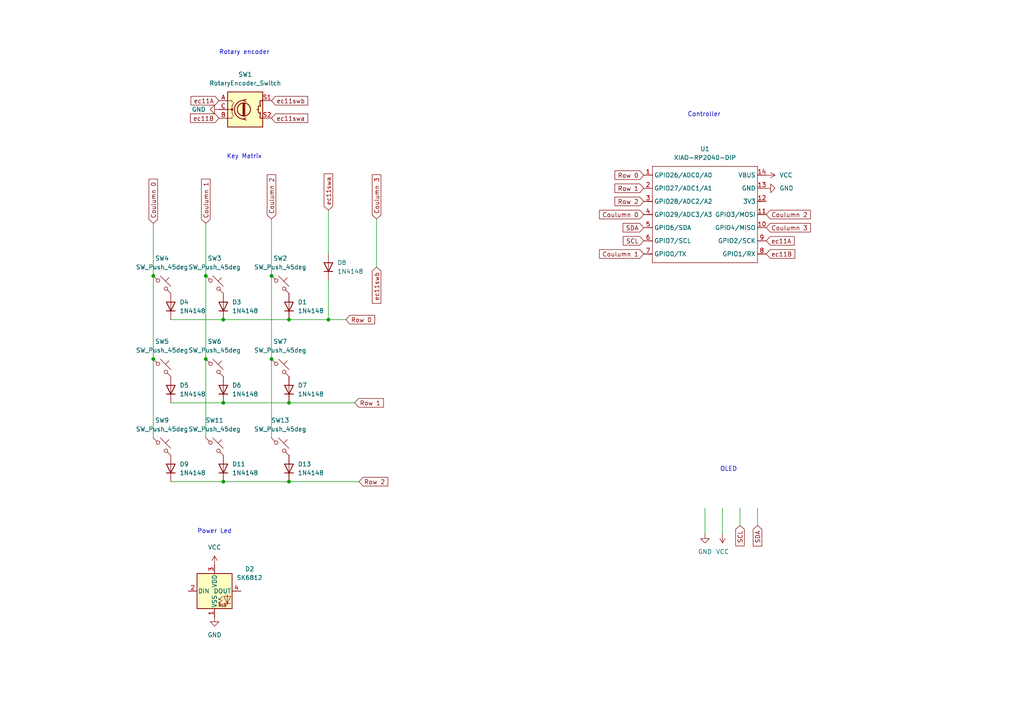
<source format=kicad_sch>
(kicad_sch (version 20250114) (generator "eeschema") (generator_version "9.0")
  (paper "A4")
  (lib_symbols
    (symbol "Device:RotaryEncoder_Switch" (pin_names (offset 0.254) (hide yes))
      (property "Reference" "SW" (at 0 6.604 0))
      (property "Value" "RotaryEncoder_Switch" (at 0 -6.604 0))
      (symbol "RotaryEncoder_Switch_0_1"
        (rectangle (start -5.08 5.08) (end 5.08 -5.08) (stroke (width 0.254)) (fill (type background)))
        (polyline (pts (xy -5.08 2.54) (xy -3.81 2.54) (xy -3.81 2.032)))
        (polyline (pts (xy -5.08 0) (xy -3.81 0) (xy -3.81 -1.016) (xy -3.302 -2.032)))
        (polyline (pts (xy -5.08 -2.54) (xy -3.81 -2.54) (xy -3.81 -2.032)))
        (polyline (pts (xy -4.318 0) (xy -3.81 0) (xy -3.81 1.016) (xy -3.302 2.032)))
        (circle (center -3.81 0) (radius 0.254) (fill (type outline)))
        (polyline (pts (xy -0.635 -1.778) (xy -0.635 1.778)) (stroke (width 0.254)))
        (circle (center -0.381 0) (radius 1.905) (stroke (width 0.254)))
        (polyline (pts (xy -0.381 -1.778) (xy -0.381 1.778)) (stroke (width 0.254)))
        (arc (start -0.381 -2.794) (mid -3.0988 -0.0635) (end -0.381 2.667) (stroke (width 0.254)))
        (polyline (pts (xy -0.127 1.778) (xy -0.127 -1.778)) (stroke (width 0.254)))
        (polyline (pts (xy 0.254 2.921) (xy -0.508 2.667) (xy 0.127 2.286)) (stroke (width 0.254)))
        (polyline (pts (xy 0.254 -3.048) (xy -0.508 -2.794) (xy 0.127 -2.413)) (stroke (width 0.254)))
        (polyline (pts (xy 3.81 1.016) (xy 3.81 -1.016)) (stroke (width 0.254)))
        (polyline (pts (xy 3.81 0) (xy 3.429 0)) (stroke (width 0.254)))
        (circle (center 4.318 1.016) (radius 0.127) (stroke (width 0.254)))
        (circle (center 4.318 -1.016) (radius 0.127) (stroke (width 0.254)))
        (polyline (pts (xy 5.08 2.54) (xy 4.318 2.54) (xy 4.318 1.016)) (stroke (width 0.254)))
        (polyline (pts (xy 5.08 -2.54) (xy 4.318 -2.54) (xy 4.318 -1.016)) (stroke (width 0.254)))
      )
      (symbol "RotaryEncoder_Switch_1_1"
        (pin passive line (at -7.62 2.54 0) (length 2.54) (name "A") (number "A"))
        (pin passive line (at -7.62 0 0) (length 2.54) (name "C") (number "C"))
        (pin passive line (at -7.62 -2.54 0) (length 2.54) (name "B") (number "B"))
        (pin passive line (at 7.62 2.54 180) (length 2.54) (name "S1") (number "S1"))
        (pin passive line (at 7.62 -2.54 180) (length 2.54) (name "S2") (number "S2"))
      )
    )
    (symbol "Diode:1N4148" (pin_numbers (hide yes)) (pin_names (hide yes))
      (property "Reference" "D" (at 0 2.54 0))
      (property "Value" "1N4148" (at 0 -2.54 0))
      (symbol "1N4148_0_1"
        (polyline (pts (xy -1.27 1.27) (xy -1.27 -1.27)) (stroke (width 0.254)))
        (polyline (pts (xy 1.27 1.27) (xy 1.27 -1.27) (xy -1.27 0) (xy 1.27 1.27)) (stroke (width 0.254)))
        (polyline (pts (xy 1.27 0) (xy -1.27 0)))
      )
      (symbol "1N4148_1_1"
        (pin passive line (at -3.81 0 0) (length 2.54) (name "K") (number "1"))
        (pin passive line (at 3.81 0 180) (length 2.54) (name "A") (number "2"))
      )
    )
    (symbol "LED:SK6812" (pin_names (offset 0.254))
      (property "Reference" "D" (at 5.08 5.715 0))
      (property "Value" "SK6812" (at 1.27 -5.715 0))
      (symbol "SK6812_0_0"
        (text "RGB" (at 2.286 -4.191 0) (effects (font (size 0.762 0.762))))
      )
      (symbol "SK6812_0_1"
        (polyline (pts (xy 1.27 -2.54) (xy 1.778 -2.54)))
        (polyline (pts (xy 1.27 -3.556) (xy 1.778 -3.556)))
        (polyline (pts (xy 2.286 -1.524) (xy 1.27 -2.54) (xy 1.27 -2.032)))
        (polyline (pts (xy 2.286 -2.54) (xy 1.27 -3.556) (xy 1.27 -3.048)))
        (polyline (pts (xy 3.683 -1.016) (xy 3.683 -3.556) (xy 3.683 -4.064)))
        (polyline (pts (xy 4.699 -1.524) (xy 2.667 -1.524) (xy 3.683 -3.556) (xy 4.699 -1.524)))
        (polyline (pts (xy 4.699 -3.556) (xy 2.667 -3.556)))
        (rectangle (start 5.08 5.08) (end -5.08 -5.08) (stroke (width 0.254)) (fill (type background)))
      )
      (symbol "SK6812_1_1"
        (pin input line (at -7.62 0 0) (length 2.54) (name "DIN") (number "2"))
        (pin power_in line (at 0 7.62 270) (length 2.54) (name "VDD") (number "3"))
        (pin power_in line (at 0 -7.62 90) (length 2.54) (name "VSS") (number "1"))
        (pin output line (at 7.62 0 180) (length 2.54) (name "DOUT") (number "4"))
      )
    )
    (symbol "OPL:XIAO-RP2040-DIP"
      (property "Reference" "U" (at 0 0 0))
      (property "Value" "XIAO-RP2040-DIP" (at 5.334 -1.778 0))
      (symbol "XIAO-RP2040-DIP_1_0"
        (polyline (pts (xy -1.27 -2.54) (xy 29.21 -2.54)) (stroke (width 0.1524)))
        (polyline (pts (xy -1.27 -5.08) (xy -2.54 -5.08)) (stroke (width 0.1524)))
        (polyline (pts (xy -1.27 -5.08) (xy -1.27 -2.54)) (stroke (width 0.1524)))
        (polyline (pts (xy -1.27 -8.89) (xy -2.54 -8.89)) (stroke (width 0.1524)))
        (polyline (pts (xy -1.27 -8.89) (xy -1.27 -5.08)) (stroke (width 0.1524)))
        (polyline (pts (xy -1.27 -12.7) (xy -2.54 -12.7)) (stroke (width 0.1524)))
        (polyline (pts (xy -1.27 -12.7) (xy -1.27 -8.89)) (stroke (width 0.1524)))
        (polyline (pts (xy -1.27 -16.51) (xy -2.54 -16.51)) (stroke (width 0.1524)))
        (polyline (pts (xy -1.27 -16.51) (xy -1.27 -12.7)) (stroke (width 0.1524)))
        (polyline (pts (xy -1.27 -20.32) (xy -2.54 -20.32)) (stroke (width 0.1524)))
        (polyline (pts (xy -1.27 -24.13) (xy -2.54 -24.13)) (stroke (width 0.1524)))
        (polyline (pts (xy -1.27 -27.94) (xy -2.54 -27.94)) (stroke (width 0.1524)))
        (polyline (pts (xy -1.27 -30.48) (xy -1.27 -16.51)) (stroke (width 0.1524)))
        (polyline (pts (xy 29.21 -2.54) (xy 29.21 -5.08)) (stroke (width 0.1524)))
        (polyline (pts (xy 29.21 -5.08) (xy 29.21 -8.89)) (stroke (width 0.1524)))
        (polyline (pts (xy 29.21 -8.89) (xy 29.21 -12.7)) (stroke (width 0.1524)))
        (polyline (pts (xy 29.21 -12.7) (xy 29.21 -30.48)) (stroke (width 0.1524)))
        (polyline (pts (xy 29.21 -30.48) (xy -1.27 -30.48)) (stroke (width 0.1524)))
        (polyline (pts (xy 30.48 -5.08) (xy 29.21 -5.08)) (stroke (width 0.1524)))
        (polyline (pts (xy 30.48 -8.89) (xy 29.21 -8.89)) (stroke (width 0.1524)))
        (polyline (pts (xy 30.48 -12.7) (xy 29.21 -12.7)) (stroke (width 0.1524)))
        (polyline (pts (xy 30.48 -16.51) (xy 29.21 -16.51)) (stroke (width 0.1524)))
        (polyline (pts (xy 30.48 -20.32) (xy 29.21 -20.32)) (stroke (width 0.1524)))
        (polyline (pts (xy 30.48 -24.13) (xy 29.21 -24.13)) (stroke (width 0.1524)))
        (polyline (pts (xy 30.48 -27.94) (xy 29.21 -27.94)) (stroke (width 0.1524)))
        (pin passive line (at -3.81 -5.08 0) (length 2.54) (name "GPIO26/ADC0/A0") (number "1"))
        (pin passive line (at -3.81 -8.89 0) (length 2.54) (name "GPIO27/ADC1/A1") (number "2"))
        (pin passive line (at -3.81 -12.7 0) (length 2.54) (name "GPIO28/ADC2/A2") (number "3"))
        (pin passive line (at -3.81 -16.51 0) (length 2.54) (name "GPIO29/ADC3/A3") (number "4"))
        (pin passive line (at -3.81 -20.32 0) (length 2.54) (name "GPIO6/SDA") (number "5"))
        (pin passive line (at -3.81 -24.13 0) (length 2.54) (name "GPIO7/SCL") (number "6"))
        (pin passive line (at -3.81 -27.94 0) (length 2.54) (name "GPIO0/TX") (number "7"))
        (pin passive line (at 31.75 -5.08 180) (length 2.54) (name "VBUS") (number "14"))
        (pin passive line (at 31.75 -8.89 180) (length 2.54) (name "GND") (number "13"))
        (pin passive line (at 31.75 -12.7 180) (length 2.54) (name "3V3") (number "12"))
        (pin passive line (at 31.75 -16.51 180) (length 2.54) (name "GPIO3/MOSI") (number "11"))
        (pin passive line (at 31.75 -20.32 180) (length 2.54) (name "GPIO4/MISO") (number "10"))
        (pin passive line (at 31.75 -24.13 180) (length 2.54) (name "GPIO2/SCK") (number "9"))
        (pin passive line (at 31.75 -27.94 180) (length 2.54) (name "GPIO1/RX") (number "8"))
      )
    )
    (symbol "Switch:SW_Push_45deg" (pin_numbers (hide yes)) (pin_names (offset 1.016) (hide yes))
      (property "Reference" "SW" (at 3.048 1.016 0))
      (property "Value" "SW_Push_45deg" (at 0 -3.81 0))
      (symbol "SW_Push_45deg_0_1"
        (polyline (pts (xy -2.54 2.54) (xy -1.524 1.524) (xy -1.524 1.524)))
        (circle (center -1.1684 1.1684) (radius 0.508))
        (polyline (pts (xy -0.508 2.54) (xy 2.54 -0.508)))
        (polyline (pts (xy 1.016 1.016) (xy 2.032 2.032)))
        (circle (center 1.143 -1.1938) (radius 0.508))
        (polyline (pts (xy 1.524 -1.524) (xy 2.54 -2.54) (xy 2.54 -2.54) (xy 2.54 -2.54)))
        (pin passive line (at -2.54 2.54 0) (length 0) (name "1") (number "1"))
        (pin passive line (at 2.54 -2.54 180) (length 0) (name "2") (number "2"))
      )
    )
    (symbol "power:+5V" (power) (pin_numbers (hide yes)) (pin_names (offset 0) (hide yes))
      (property "Value" "+5V" (at 0 3.556 0))
      (symbol "+5V_0_1"
        (polyline (pts (xy -0.762 1.27) (xy 0 2.54)))
        (polyline (pts (xy 0 2.54) (xy 0.762 1.27)))
        (polyline (pts (xy 0 0) (xy 0 2.54)))
      )
      (symbol "+5V_1_1"
        (pin power_in line (at 0 0 90) (length 0) (name "~") (number "1"))
      )
    )
    (symbol "power:GND" (power) (pin_numbers (hide yes)) (pin_names (offset 0) (hide yes))
      (property "Value" "GND" (at 0 -3.81 0))
      (symbol "GND_0_1"
        (polyline (pts (xy 0 0) (xy 0 -1.27) (xy 1.27 -1.27) (xy 0 -2.54) (xy -1.27 -1.27) (xy 0 -1.27)))
      )
      (symbol "GND_1_1"
        (pin power_in line (at 0 0 270) (length 0) (name "~") (number "1"))
      )
    )
    (symbol "power:VCC" (power) (pin_numbers (hide yes)) (pin_names (offset 0) (hide yes))
      (property "Value" "VCC" (at 0 3.556 0))
      (symbol "VCC_0_1"
        (polyline (pts (xy -0.762 1.27) (xy 0 2.54)))
        (polyline (pts (xy 0 2.54) (xy 0.762 1.27)))
        (polyline (pts (xy 0 0) (xy 0 2.54)))
      )
      (symbol "VCC_1_1"
        (pin power_in line (at 0 0 90) (length 0) (name "~") (number "1"))
      )
    )
  )
  (text "Rotary encoder" (at 70.866 15.24 0) (effects (font (size 1.27 1.27))))
  (text "OLED" (at 211.328 136.144 0) (effects (font (size 1.27 1.27))))
  (text "Key Matrix" (at 70.866 45.466 0) (effects (font (size 1.27 1.27))))
  (text "Power Led" (at 62.23 154.178 0) (effects (font (size 1.27 1.27))))
  (text "Controller" (at 204.216 33.274 0) (effects (font (size 1.27 1.27))))
  (junction (at 83.82 92.71))
  (junction (at 95.25 92.71))
  (junction (at 78.74 80.01))
  (junction (at 64.77 92.71))
  (junction (at 83.82 116.84))
  (junction (at 64.77 116.84))
  (junction (at 44.45 104.14))
  (junction (at 64.77 139.7))
  (junction (at 83.82 139.7))
  (junction (at 44.45 80.01))
  (junction (at 59.69 104.14))
  (junction (at 78.74 104.14))
  (junction (at 59.69 80.01))
  (wire (pts (xy 78.74 63.5) (xy 78.74 80.01)))
  (wire (pts (xy 44.45 80.01) (xy 44.45 104.14)))
  (wire (pts (xy 44.45 64.77) (xy 44.45 80.01)))
  (wire (pts (xy 64.77 92.71) (xy 83.82 92.71)))
  (wire (pts (xy 83.82 139.7) (xy 104.14 139.7)))
  (wire (pts (xy 64.77 139.7) (xy 83.82 139.7)))
  (wire (pts (xy 95.25 60.96) (xy 95.25 73.66)))
  (wire (pts (xy 49.53 139.7) (xy 64.77 139.7)))
  (wire (pts (xy 78.74 80.01) (xy 78.74 104.14)))
  (wire (pts (xy 44.45 104.14) (xy 44.45 127)))
  (wire (pts (xy 214.63 152.4) (xy 214.63 147.32)))
  (wire (pts (xy 59.69 104.14) (xy 59.69 127)))
  (wire (pts (xy 49.53 116.84) (xy 64.77 116.84)))
  (wire (pts (xy 49.53 92.71) (xy 64.77 92.71)))
  (wire (pts (xy 95.25 81.28) (xy 95.25 92.71)))
  (wire (pts (xy 64.77 116.84) (xy 83.82 116.84)))
  (wire (pts (xy 209.55 154.94) (xy 209.55 147.32)))
  (wire (pts (xy 83.82 92.71) (xy 95.25 92.71)))
  (wire (pts (xy 78.74 104.14) (xy 78.74 127)))
  (wire (pts (xy 95.25 92.71) (xy 100.33 92.71)))
  (wire (pts (xy 204.47 147.32) (xy 204.47 154.94)))
  (wire (pts (xy 83.82 116.84) (xy 102.87 116.84)))
  (wire (pts (xy 59.69 64.77) (xy 59.69 80.01)))
  (wire (pts (xy 219.71 152.4) (xy 219.71 147.32)))
  (wire (pts (xy 109.22 63.5) (xy 109.22 77.47)))
  (wire (pts (xy 59.69 80.01) (xy 59.69 104.14)))
  (global_label "Coulumn 1" (shape input) (at 186.69 73.66 180) (property "Intersheetrefs" "${INTERSHEET_REFS}" (effects (hide yes))))
  (global_label "ec11A" (shape input) (at 63.5 29.21 180) (property "Intersheetrefs" "${INTERSHEET_REFS}" (effects (hide yes))))
  (global_label "Coulumn 0" (shape input) (at 44.45 64.77 90) (property "Intersheetrefs" "${INTERSHEET_REFS}" (effects (hide yes))))
  (global_label "Row 1" (shape input) (at 186.69 54.61 180) (property "Intersheetrefs" "${INTERSHEET_REFS}" (effects (hide yes))))
  (global_label "SDA" (shape input) (at 186.69 66.04 180) (property "Intersheetrefs" "${INTERSHEET_REFS}" (effects (hide yes))))
  (global_label "ec11swa" (shape input) (at 95.25 60.96 90) (property "Intersheetrefs" "${INTERSHEET_REFS}" (effects (hide yes))))
  (global_label "Coulumn 1" (shape input) (at 59.69 64.77 90) (property "Intersheetrefs" "${INTERSHEET_REFS}" (effects (hide yes))))
  (global_label "SDA" (shape input) (at 219.71 152.4 270) (property "Intersheetrefs" "${INTERSHEET_REFS}" (effects (hide yes))))
  (global_label "Row 2" (shape input) (at 186.69 58.42 180) (property "Intersheetrefs" "${INTERSHEET_REFS}" (effects (hide yes))))
  (global_label "Row 0" (shape input) (at 186.69 50.8 180) (property "Intersheetrefs" "${INTERSHEET_REFS}" (effects (hide yes))))
  (global_label "Row 2" (shape input) (at 104.14 139.7 0) (property "Intersheetrefs" "${INTERSHEET_REFS}" (effects (hide yes))))
  (global_label "Coulumn 0" (shape input) (at 186.69 62.23 180) (property "Intersheetrefs" "${INTERSHEET_REFS}" (effects (hide yes))))
  (global_label "ec11B" (shape input) (at 63.5 34.29 180) (property "Intersheetrefs" "${INTERSHEET_REFS}" (effects (hide yes))))
  (global_label "Coulumn 3" (shape input) (at 109.22 63.5 90) (property "Intersheetrefs" "${INTERSHEET_REFS}" (effects (hide yes))))
  (global_label "Row 1" (shape input) (at 102.87 116.84 0) (property "Intersheetrefs" "${INTERSHEET_REFS}" (effects (hide yes))))
  (global_label "Coulumn 2" (shape input) (at 78.74 63.5 90) (property "Intersheetrefs" "${INTERSHEET_REFS}" (effects (hide yes))))
  (global_label "ec11A" (shape input) (at 222.25 69.85 0) (property "Intersheetrefs" "${INTERSHEET_REFS}" (effects (hide yes))))
  (global_label "SCL" (shape input) (at 214.63 152.4 270) (property "Intersheetrefs" "${INTERSHEET_REFS}" (effects (hide yes))))
  (global_label "ec11swa" (shape input) (at 78.74 34.29 0) (property "Intersheetrefs" "${INTERSHEET_REFS}" (effects (hide yes))))
  (global_label "Coulumn 3" (shape input) (at 222.25 66.04 0) (property "Intersheetrefs" "${INTERSHEET_REFS}" (effects (hide yes))))
  (global_label "SCL" (shape input) (at 186.69 69.85 180) (property "Intersheetrefs" "${INTERSHEET_REFS}" (effects (hide yes))))
  (global_label "ec11B" (shape input) (at 222.25 73.66 0) (property "Intersheetrefs" "${INTERSHEET_REFS}" (effects (hide yes))))
  (global_label "Coulumn 2" (shape input) (at 222.25 62.23 0) (property "Intersheetrefs" "${INTERSHEET_REFS}" (effects (hide yes))))
  (global_label "Row 0" (shape input) (at 100.33 92.71 0) (property "Intersheetrefs" "${INTERSHEET_REFS}" (effects (hide yes))))
  (global_label "ec11swb" (shape input) (at 109.22 77.47 270) (property "Intersheetrefs" "${INTERSHEET_REFS}" (effects (hide yes))))
  (global_label "ec11swb" (shape input) (at 78.74 29.21 0) (property "Intersheetrefs" "${INTERSHEET_REFS}" (effects (hide yes))))
  (symbol (lib_id "Switch:SW_Push_45deg") (at 46.99 82.55 0) (unit 1)
    (property "Reference" "SW4" (at 46.99 74.93 0))
    (property "Value" "SW_Push_45deg" (at 46.99 77.47 0))
    (property "Footprint" "Button_Switch_Keyboard:SW_Cherry_MX_1.00u_PCB" (effects (hide yes)))
    (property "Description" "Push button switch, normally open, two pins, 45° tilted" (effects (hide yes)))
  )
  (symbol (lib_id "power:GND") (at 204.47 154.94 0) (unit 1)
    (property "Reference" "#PWR04" (effects (hide yes)))
    (property "Value" "GND" (at 204.47 160.02 0))
    (property "Description" "Power symbol creates a global label with name \"GND\" , ground" (effects (hide yes)))
  )
  (symbol (lib_id "Diode:1N4148") (at 49.53 135.89 90) (unit 1)
    (property "Reference" "D9" (at 52.07 134.6199 90) (effects (justify right)))
    (property "Value" "1N4148" (at 52.07 137.1599 90) (effects (justify right)))
    (property "Footprint" "Diode_THT:D_DO-35_SOD27_P7.62mm_Horizontal" (effects (hide yes)))
    (property "Datasheet" "https://assets.nexperia.com/documents/data-sheet/1N4148_1N4448.pdf" (effects (hide yes)))
    (property "Description" "100V 0.15A standard switching diode, DO-35" (effects (hide yes)))
    (property "Sim.Device" "D" (effects (hide yes)))
    (property "Sim.Pins" "1=K 2=A" (effects (hide yes)))
  )
  (symbol (lib_id "Diode:1N4148") (at 49.53 113.03 90) (unit 1)
    (property "Reference" "D5" (at 52.07 111.7599 90) (effects (justify right)))
    (property "Value" "1N4148" (at 52.07 114.2999 90) (effects (justify right)))
    (property "Footprint" "Diode_THT:D_DO-35_SOD27_P7.62mm_Horizontal" (effects (hide yes)))
    (property "Datasheet" "https://assets.nexperia.com/documents/data-sheet/1N4148_1N4448.pdf" (effects (hide yes)))
    (property "Description" "100V 0.15A standard switching diode, DO-35" (effects (hide yes)))
    (property "Sim.Device" "D" (effects (hide yes)))
    (property "Sim.Pins" "1=K 2=A" (effects (hide yes)))
  )
  (symbol (lib_id "Diode:1N4148") (at 64.77 88.9 90) (unit 1)
    (property "Reference" "D3" (at 67.31 87.6299 90) (effects (justify right)))
    (property "Value" "1N4148" (at 67.31 90.1699 90) (effects (justify right)))
    (property "Footprint" "Diode_THT:D_DO-35_SOD27_P7.62mm_Horizontal" (effects (hide yes)))
    (property "Datasheet" "https://assets.nexperia.com/documents/data-sheet/1N4148_1N4448.pdf" (effects (hide yes)))
    (property "Description" "100V 0.15A standard switching diode, DO-35" (effects (hide yes)))
    (property "Sim.Device" "D" (effects (hide yes)))
    (property "Sim.Pins" "1=K 2=A" (effects (hide yes)))
  )
  (symbol (lib_id "power:VCC") (at 62.23 163.83 0) (unit 1)
    (property "Reference" "#PWR06" (effects (hide yes)))
    (property "Value" "VCC" (at 62.23 158.75 0))
    (property "Description" "Power symbol creates a global label with name \"VCC\"" (effects (hide yes)))
  )
  (symbol (lib_id "power:+5V") (at 222.25 50.8 270) (unit 1)
    (property "Reference" "#PWR02" (effects (hide yes)))
    (property "Value" "VCC" (at 226.06 50.7999 90) (effects (justify left)))
    (property "Description" "Power symbol creates a global label with name \"+5V\"" (effects (hide yes)))
  )
  (symbol (lib_id "Switch:SW_Push_45deg") (at 81.28 82.55 0) (unit 1)
    (property "Reference" "SW2" (at 81.28 74.93 0))
    (property "Value" "SW_Push_45deg" (at 81.28 77.47 0))
    (property "Footprint" "Button_Switch_Keyboard:SW_Cherry_MX_1.00u_PCB" (effects (hide yes)))
    (property "Description" "Push button switch, normally open, two pins, 45° tilted" (effects (hide yes)))
  )
  (symbol (lib_id "Switch:SW_Push_45deg") (at 46.99 129.54 0) (unit 1)
    (property "Reference" "SW9" (at 46.99 121.92 0))
    (property "Value" "SW_Push_45deg" (at 46.99 124.46 0))
    (property "Footprint" "Button_Switch_Keyboard:SW_Cherry_MX_1.00u_PCB" (effects (hide yes)))
    (property "Description" "Push button switch, normally open, two pins, 45° tilted" (effects (hide yes)))
  )
  (symbol (lib_id "Diode:1N4148") (at 83.82 113.03 90) (unit 1)
    (property "Reference" "D7" (at 86.36 111.7599 90) (effects (justify right)))
    (property "Value" "1N4148" (at 86.36 114.2999 90) (effects (justify right)))
    (property "Footprint" "Diode_THT:D_DO-35_SOD27_P7.62mm_Horizontal" (effects (hide yes)))
    (property "Datasheet" "https://assets.nexperia.com/documents/data-sheet/1N4148_1N4448.pdf" (effects (hide yes)))
    (property "Description" "100V 0.15A standard switching diode, DO-35" (effects (hide yes)))
    (property "Sim.Device" "D" (effects (hide yes)))
    (property "Sim.Pins" "1=K 2=A" (effects (hide yes)))
  )
  (symbol (lib_id "Diode:1N4148") (at 64.77 113.03 90) (unit 1)
    (property "Reference" "D6" (at 67.31 111.7599 90) (effects (justify right)))
    (property "Value" "1N4148" (at 67.31 114.2999 90) (effects (justify right)))
    (property "Footprint" "Diode_THT:D_DO-35_SOD27_P7.62mm_Horizontal" (effects (hide yes)))
    (property "Datasheet" "https://assets.nexperia.com/documents/data-sheet/1N4148_1N4448.pdf" (effects (hide yes)))
    (property "Description" "100V 0.15A standard switching diode, DO-35" (effects (hide yes)))
    (property "Sim.Device" "D" (effects (hide yes)))
    (property "Sim.Pins" "1=K 2=A" (effects (hide yes)))
  )
  (symbol (lib_id "Switch:SW_Push_45deg") (at 46.99 106.68 0) (unit 1)
    (property "Reference" "SW5" (at 46.99 99.06 0))
    (property "Value" "SW_Push_45deg" (at 46.99 101.6 0))
    (property "Footprint" "Button_Switch_Keyboard:SW_Cherry_MX_1.00u_PCB" (effects (hide yes)))
    (property "Description" "Push button switch, normally open, two pins, 45° tilted" (effects (hide yes)))
  )
  (symbol (lib_id "power:GND") (at 222.25 54.61 90) (unit 1)
    (property "Reference" "#PWR01" (effects (hide yes)))
    (property "Value" "GND" (at 226.06 54.6099 90) (effects (justify right)))
    (property "Description" "Power symbol creates a global label with name \"GND\" , ground" (effects (hide yes)))
  )
  (symbol (lib_id "Switch:SW_Push_45deg") (at 62.23 82.55 0) (unit 1)
    (property "Reference" "SW3" (at 62.23 74.93 0))
    (property "Value" "SW_Push_45deg" (at 62.23 77.47 0))
    (property "Footprint" "Button_Switch_Keyboard:SW_Cherry_MX_1.00u_PCB" (effects (hide yes)))
    (property "Description" "Push button switch, normally open, two pins, 45° tilted" (effects (hide yes)))
  )
  (symbol (lib_id "Diode:1N4148") (at 64.77 135.89 90) (unit 1)
    (property "Reference" "D11" (at 67.31 134.6199 90) (effects (justify right)))
    (property "Value" "1N4148" (at 67.31 137.1599 90) (effects (justify right)))
    (property "Footprint" "Diode_THT:D_DO-35_SOD27_P7.62mm_Horizontal" (effects (hide yes)))
    (property "Datasheet" "https://assets.nexperia.com/documents/data-sheet/1N4148_1N4448.pdf" (effects (hide yes)))
    (property "Description" "100V 0.15A standard switching diode, DO-35" (effects (hide yes)))
    (property "Sim.Device" "D" (effects (hide yes)))
    (property "Sim.Pins" "1=K 2=A" (effects (hide yes)))
  )
  (symbol (lib_id "Diode:1N4148") (at 49.53 88.9 90) (unit 1)
    (property "Reference" "D4" (at 52.07 87.6299 90) (effects (justify right)))
    (property "Value" "1N4148" (at 52.07 90.1699 90) (effects (justify right)))
    (property "Footprint" "Diode_THT:D_DO-35_SOD27_P7.62mm_Horizontal" (effects (hide yes)))
    (property "Datasheet" "https://assets.nexperia.com/documents/data-sheet/1N4148_1N4448.pdf" (effects (hide yes)))
    (property "Description" "100V 0.15A standard switching diode, DO-35" (effects (hide yes)))
    (property "Sim.Device" "D" (effects (hide yes)))
    (property "Sim.Pins" "1=K 2=A" (effects (hide yes)))
  )
  (symbol (lib_id "LED:SK6812") (at 62.23 171.45 0) (unit 1)
    (property "Reference" "D2" (at 72.39 165.0298 0))
    (property "Value" "SK6812" (at 72.39 167.5698 0))
    (property "Footprint" "LED_SMD:LED_SK6812_PLCC4_5.0x5.0mm_P3.2mm" (effects (hide yes)))
    (property "Datasheet" "https://cdn-shop.adafruit.com/product-files/1138/SK6812+LED+datasheet+.pdf" (effects (hide yes)))
    (property "Description" "RGB LED with integrated controller" (effects (hide yes)))
  )
  (symbol (lib_id "Switch:SW_Push_45deg") (at 81.28 129.54 0) (unit 1)
    (property "Reference" "SW13" (at 81.28 121.92 0))
    (property "Value" "SW_Push_45deg" (at 81.28 124.46 0))
    (property "Footprint" "Button_Switch_Keyboard:SW_Cherry_MX_1.00u_PCB" (effects (hide yes)))
    (property "Description" "Push button switch, normally open, two pins, 45° tilted" (effects (hide yes)))
  )
  (symbol (lib_id "power:+5V") (at 209.55 154.94 180) (unit 1)
    (property "Reference" "#PWR03" (effects (hide yes)))
    (property "Value" "VCC" (at 209.55 160.02 0))
    (property "Description" "Power symbol creates a global label with name \"+5V\"" (effects (hide yes)))
  )
  (symbol (lib_id "Device:RotaryEncoder_Switch") (at 71.12 31.75 0) (unit 1)
    (property "Reference" "SW1" (at 71.12 21.59 0))
    (property "Value" "RotaryEncoder_Switch" (at 71.12 24.13 0))
    (property "Footprint" "rotary encoder:RotaryEncoder_Alps_EC11E-Switch_Vertical_H20mm" (effects (hide yes)))
    (property "Description" "Rotary encoder, dual channel, incremental quadrate outputs, with switch" (effects (hide yes)))
  )
  (symbol (lib_id "Diode:1N4148") (at 95.25 77.47 90) (unit 1)
    (property "Reference" "D8" (at 97.79 76.1999 90) (effects (justify right)))
    (property "Value" "1N4148" (at 97.79 78.7399 90) (effects (justify right)))
    (property "Footprint" "Diode_THT:D_DO-35_SOD27_P7.62mm_Horizontal" (effects (hide yes)))
    (property "Datasheet" "https://assets.nexperia.com/documents/data-sheet/1N4148_1N4448.pdf" (effects (hide yes)))
    (property "Description" "100V 0.15A standard switching diode, DO-35" (effects (hide yes)))
    (property "Sim.Device" "D" (effects (hide yes)))
    (property "Sim.Pins" "1=K 2=A" (effects (hide yes)))
  )
  (symbol (lib_id "power:GND") (at 62.23 179.07 0) (unit 1)
    (property "Reference" "#PWR05" (effects (hide yes)))
    (property "Value" "GND" (at 62.23 184.15 0))
    (property "Description" "Power symbol creates a global label with name \"GND\" , ground" (effects (hide yes)))
  )
  (symbol (lib_id "Switch:SW_Push_45deg") (at 81.28 106.68 0) (unit 1)
    (property "Reference" "SW7" (at 81.28 99.06 0))
    (property "Value" "SW_Push_45deg" (at 81.28 101.6 0))
    (property "Footprint" "Button_Switch_Keyboard:SW_Cherry_MX_1.00u_PCB" (effects (hide yes)))
    (property "Description" "Push button switch, normally open, two pins, 45° tilted" (effects (hide yes)))
  )
  (symbol (lib_id "OPL:XIAO-RP2040-DIP") (at 190.5 45.72 0) (unit 1)
    (property "Reference" "U1" (at 204.47 43.18 0))
    (property "Value" "XIAO-RP2040-DIP" (at 204.47 45.72 0))
    (property "Footprint" "OPL:XIAO-RP2040-DIP" (effects (hide yes)))
  )
  (symbol (lib_id "power:GND") (at 63.5 31.75 270) (unit 1)
    (property "Reference" "#PWR07" (effects (hide yes)))
    (property "Value" "GND" (at 59.69 31.7499 90) (effects (justify right)))
    (property "Description" "Power symbol creates a global label with name \"GND\" , ground" (effects (hide yes)))
  )
  (symbol (lib_id "Diode:1N4148") (at 83.82 88.9 90) (unit 1)
    (property "Reference" "D1" (at 86.36 87.6299 90) (effects (justify right)))
    (property "Value" "1N4148" (at 86.36 90.1699 90) (effects (justify right)))
    (property "Footprint" "Diode_THT:D_DO-35_SOD27_P7.62mm_Horizontal" (effects (hide yes)))
    (property "Datasheet" "https://assets.nexperia.com/documents/data-sheet/1N4148_1N4448.pdf" (effects (hide yes)))
    (property "Description" "100V 0.15A standard switching diode, DO-35" (effects (hide yes)))
    (property "Sim.Device" "D" (effects (hide yes)))
    (property "Sim.Pins" "1=K 2=A" (effects (hide yes)))
  )
  (symbol (lib_id "Switch:SW_Push_45deg") (at 62.23 129.54 0) (unit 1)
    (property "Reference" "SW11" (at 62.23 121.92 0))
    (property "Value" "SW_Push_45deg" (at 62.23 124.46 0))
    (property "Footprint" "Button_Switch_Keyboard:SW_Cherry_MX_1.00u_PCB" (effects (hide yes)))
    (property "Description" "Push button switch, normally open, two pins, 45° tilted" (effects (hide yes)))
  )
  (symbol (lib_id "Switch:SW_Push_45deg") (at 62.23 106.68 0) (unit 1)
    (property "Reference" "SW6" (at 62.23 99.06 0))
    (property "Value" "SW_Push_45deg" (at 62.23 101.6 0))
    (property "Footprint" "Button_Switch_Keyboard:SW_Cherry_MX_1.00u_PCB" (effects (hide yes)))
    (property "Description" "Push button switch, normally open, two pins, 45° tilted" (effects (hide yes)))
  )
  (symbol (lib_id "Diode:1N4148") (at 83.82 135.89 90) (unit 1)
    (property "Reference" "D13" (at 86.36 134.6199 90) (effects (justify right)))
    (property "Value" "1N4148" (at 86.36 137.1599 90) (effects (justify right)))
    (property "Footprint" "Diode_THT:D_DO-35_SOD27_P7.62mm_Horizontal" (effects (hide yes)))
    (property "Datasheet" "https://assets.nexperia.com/documents/data-sheet/1N4148_1N4448.pdf" (effects (hide yes)))
    (property "Description" "100V 0.15A standard switching diode, DO-35" (effects (hide yes)))
    (property "Sim.Device" "D" (effects (hide yes)))
    (property "Sim.Pins" "1=K 2=A" (effects (hide yes)))
  )
)
</source>
